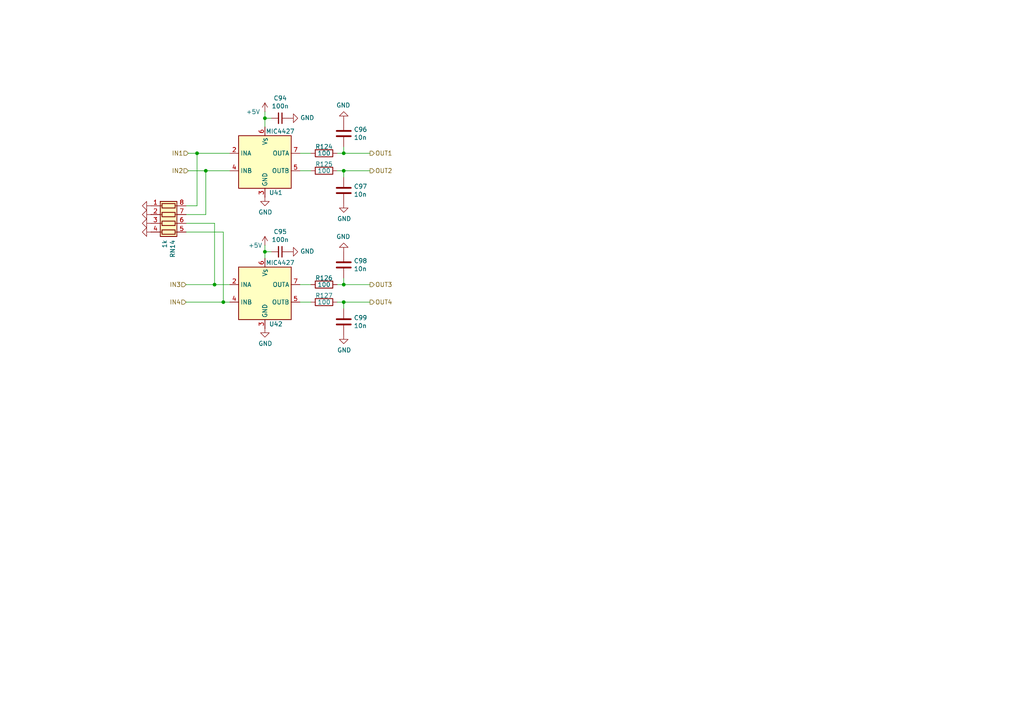
<source format=kicad_sch>
(kicad_sch (version 20250114) (generator "eeschema") (generator_version "9.0")
  (paper "A4")
  (title_block (title "rusEfi Proteus") (date "2022-04-09") (rev "v0.7") (company "rusEFI") (comment 1 "github.com/mck1117/proteus") (comment 2 "rusefi.com/s/proteus"))
  (lib_symbols
    (symbol "Device:C" (pin_numbers (hide yes)) (pin_names (offset 0.254))
      (property "Reference" "C" (at 0.635 2.54 0))
      (property "Value" "C" (at 0.635 -2.54 0))
      (symbol "C_0_1"
        (polyline (pts (xy -2.032 0.762) (xy 2.032 0.762)) (stroke (width 0.508)))
        (polyline (pts (xy -2.032 -0.762) (xy 2.032 -0.762)) (stroke (width 0.508)))
      )
      (symbol "C_1_1"
        (pin passive line (at 0 3.81 270) (length 2.794) (name "~") (number "1"))
        (pin passive line (at 0 -3.81 90) (length 2.794) (name "~") (number "2"))
      )
    )
    (symbol "Device:C_Small" (pin_numbers (hide yes)) (pin_names (offset 0.254) (hide yes))
      (property "Reference" "C" (at 0.254 1.778 0))
      (property "Value" "C_Small" (at 0.254 -2.032 0))
      (symbol "C_Small_0_1"
        (polyline (pts (xy -1.524 0.508) (xy 1.524 0.508)) (stroke (width 0.3048)))
        (polyline (pts (xy -1.524 -0.508) (xy 1.524 -0.508)) (stroke (width 0.3302)))
      )
      (symbol "C_Small_1_1"
        (pin passive line (at 0 2.54 270) (length 2.032) (name "~") (number "1"))
        (pin passive line (at 0 -2.54 90) (length 2.032) (name "~") (number "2"))
      )
    )
    (symbol "Device:R" (pin_numbers (hide yes)) (pin_names (offset 0))
      (property "Reference" "R" (at 2.032 0 90))
      (property "Value" "R" (at 0 0 90))
      (symbol "R_0_1"
        (rectangle (start -1.016 -2.54) (end 1.016 2.54) (stroke (width 0.254)))
      )
      (symbol "R_1_1"
        (pin passive line (at 0 3.81 270) (length 1.27) (name "~") (number "1"))
        (pin passive line (at 0 -3.81 90) (length 1.27) (name "~") (number "2"))
      )
    )
    (symbol "Device:R_Pack04" (pin_names (offset 0) (hide yes))
      (property "Reference" "RN" (at -7.62 0 90))
      (property "Value" "R_Pack04" (at 5.08 0 90))
      (symbol "R_Pack04_0_1"
        (rectangle (start -6.35 -2.413) (end 3.81 2.413) (stroke (width 0.254)) (fill (type background)))
        (rectangle (start -5.715 1.905) (end -4.445 -1.905) (stroke (width 0.254)))
        (polyline (pts (xy -5.08 1.905) (xy -5.08 2.54)))
        (polyline (pts (xy -5.08 -2.54) (xy -5.08 -1.905)))
        (rectangle (start -3.175 1.905) (end -1.905 -1.905) (stroke (width 0.254)))
        (polyline (pts (xy -2.54 1.905) (xy -2.54 2.54)))
        (polyline (pts (xy -2.54 -2.54) (xy -2.54 -1.905)))
        (rectangle (start -0.635 1.905) (end 0.635 -1.905) (stroke (width 0.254)))
        (polyline (pts (xy 0 1.905) (xy 0 2.54)))
        (polyline (pts (xy 0 -2.54) (xy 0 -1.905)))
        (rectangle (start 1.905 1.905) (end 3.175 -1.905) (stroke (width 0.254)))
        (polyline (pts (xy 2.54 1.905) (xy 2.54 2.54)))
        (polyline (pts (xy 2.54 -2.54) (xy 2.54 -1.905)))
      )
      (symbol "R_Pack04_1_1"
        (pin passive line (at -5.08 5.08 270) (length 2.54) (name "R1.2") (number "8"))
        (pin passive line (at -5.08 -5.08 90) (length 2.54) (name "R1.1") (number "1"))
        (pin passive line (at -2.54 5.08 270) (length 2.54) (name "R2.2") (number "7"))
        (pin passive line (at -2.54 -5.08 90) (length 2.54) (name "R2.1") (number "2"))
        (pin passive line (at 0 5.08 270) (length 2.54) (name "R3.2") (number "6"))
        (pin passive line (at 0 -5.08 90) (length 2.54) (name "R3.1") (number "3"))
        (pin passive line (at 2.54 5.08 270) (length 2.54) (name "R4.2") (number "5"))
        (pin passive line (at 2.54 -5.08 90) (length 2.54) (name "R4.1") (number "4"))
      )
    )
    (symbol "Driver_FET:MIC4427"
      (property "Reference" "U" (at -7.62 8.89 0))
      (property "Value" "MIC4427" (at 1.27 8.89 0))
      (symbol "MIC4427_0_1"
        (rectangle (start -7.62 -7.62) (end 7.62 7.62) (stroke (width 0.254)) (fill (type background)))
      )
      (symbol "MIC4427_1_1"
        (pin input line (at -10.16 2.54 0) (length 2.54) (name "INA") (number "2"))
        (pin input line (at -10.16 -2.54 0) (length 2.54) (name "INB") (number "4"))
        (pin no_connect line (at -7.62 0 0) (length 2.54) (hide yes) (name "NC") (number "1"))
        (pin power_in line (at 0 10.16 270) (length 2.54) (name "V_{S}") (number "6"))
        (pin power_in line (at 0 -10.16 90) (length 2.54) (name "GND") (number "3"))
        (pin no_connect line (at 7.62 0 180) (length 2.54) (hide yes) (name "NC") (number "8"))
        (pin output line (at 10.16 2.54 180) (length 2.54) (name "OUTA") (number "7"))
        (pin output line (at 10.16 -2.54 180) (length 2.54) (name "OUTB") (number "5"))
      )
    )
    (symbol "power:+5V" (power) (pin_numbers (hide yes)) (pin_names (offset 0) (hide yes))
      (property "Value" "+5V" (at 0 3.556 0))
      (symbol "+5V_0_1"
        (polyline (pts (xy -0.762 1.27) (xy 0 2.54)))
        (polyline (pts (xy 0 2.54) (xy 0.762 1.27)))
        (polyline (pts (xy 0 0) (xy 0 2.54)))
      )
      (symbol "+5V_1_1"
        (pin power_in line (at 0 0 90) (length 0) (name "~") (number "1"))
      )
    )
    (symbol "power:GND" (power) (pin_numbers (hide yes)) (pin_names (offset 0) (hide yes))
      (property "Value" "GND" (at 0 -3.81 0))
      (symbol "GND_0_1"
        (polyline (pts (xy 0 0) (xy 0 -1.27) (xy 1.27 -1.27) (xy 0 -2.54) (xy -1.27 -1.27) (xy 0 -1.27)))
      )
      (symbol "GND_1_1"
        (pin power_in line (at 0 0 270) (length 0) (name "~") (number "1"))
      )
    )
  )
  (junction (at 64.77 87.63))
  (junction (at 59.69 49.53))
  (junction (at 99.695 44.45))
  (junction (at 57.15 44.45))
  (junction (at 99.695 87.63))
  (junction (at 62.23 82.55))
  (junction (at 76.835 34.29))
  (junction (at 99.695 49.53))
  (junction (at 76.835 73.025))
  (junction (at 99.695 82.55))
  (wire (pts (xy 62.23 64.77) (xy 53.975 64.77)))
  (wire (pts (xy 76.835 71.12) (xy 76.835 73.025)))
  (wire (pts (xy 53.975 62.23) (xy 59.69 62.23)))
  (wire (pts (xy 53.975 59.69) (xy 57.15 59.69)))
  (wire (pts (xy 99.695 44.45) (xy 99.695 42.545)))
  (wire (pts (xy 99.695 82.55) (xy 99.695 80.645)))
  (wire (pts (xy 76.835 73.025) (xy 76.835 74.93)))
  (wire (pts (xy 90.17 82.55) (xy 86.995 82.55)))
  (wire (pts (xy 57.15 44.45) (xy 57.15 59.69)))
  (wire (pts (xy 99.695 82.55) (xy 107.315 82.55)))
  (wire (pts (xy 54.61 44.45) (xy 57.15 44.45)))
  (wire (pts (xy 64.77 67.31) (xy 64.77 87.63)))
  (wire (pts (xy 59.69 49.53) (xy 59.69 62.23)))
  (wire (pts (xy 97.79 87.63) (xy 99.695 87.63)))
  (wire (pts (xy 78.74 73.025) (xy 76.835 73.025)))
  (wire (pts (xy 97.79 44.45) (xy 99.695 44.45)))
  (wire (pts (xy 53.975 87.63) (xy 64.77 87.63)))
  (wire (pts (xy 90.17 49.53) (xy 86.995 49.53)))
  (wire (pts (xy 90.17 87.63) (xy 86.995 87.63)))
  (wire (pts (xy 62.23 64.77) (xy 62.23 82.55)))
  (wire (pts (xy 54.61 49.53) (xy 59.69 49.53)))
  (wire (pts (xy 76.835 32.385) (xy 76.835 34.29)))
  (wire (pts (xy 97.79 82.55) (xy 99.695 82.55)))
  (wire (pts (xy 59.69 49.53) (xy 66.675 49.53)))
  (wire (pts (xy 99.695 49.53) (xy 97.79 49.53)))
  (wire (pts (xy 64.77 67.31) (xy 53.975 67.31)))
  (wire (pts (xy 99.695 51.435) (xy 99.695 49.53)))
  (wire (pts (xy 90.17 44.45) (xy 86.995 44.45)))
  (wire (pts (xy 53.975 82.55) (xy 62.23 82.55)))
  (wire (pts (xy 76.835 34.29) (xy 76.835 36.83)))
  (wire (pts (xy 99.695 87.63) (xy 99.695 89.535)))
  (wire (pts (xy 99.695 49.53) (xy 107.315 49.53)))
  (wire (pts (xy 57.15 44.45) (xy 66.675 44.45)))
  (wire (pts (xy 107.315 87.63) (xy 99.695 87.63)))
  (wire (pts (xy 78.74 34.29) (xy 76.835 34.29)))
  (wire (pts (xy 64.77 87.63) (xy 66.675 87.63)))
  (wire (pts (xy 107.315 44.45) (xy 99.695 44.45)))
  (wire (pts (xy 62.23 82.55) (xy 66.675 82.55)))
  (hierarchical_label "IN3" (shape input) (at 53.975 82.55 180))
  (hierarchical_label "OUT2" (shape output) (at 107.315 49.53 0))
  (hierarchical_label "OUT1" (shape output) (at 107.315 44.45 0))
  (hierarchical_label "IN2" (shape input) (at 54.61 49.53 180))
  (hierarchical_label "IN4" (shape input) (at 53.975 87.63 180))
  (hierarchical_label "OUT3" (shape output) (at 107.315 82.55 0))
  (hierarchical_label "OUT4" (shape output) (at 107.315 87.63 0))
  (hierarchical_label "IN1" (shape input) (at 54.61 44.45 180))
  (symbol (lib_id "Driver_FET:MIC4427") (at 76.835 46.99 0) (unit 1)
    (property "Reference" "U41" (at 80.01 55.88 0))
    (property "Value" "MIC4427" (at 81.28 38.1 0))
    (property "Footprint" "Package_SO:SOIC-8_3.9x4.9mm_P1.27mm" (effects (hide yes)))
    (property "Datasheet" "https://ww1.microchip.com/downloads/en/DeviceDoc/MIC4426-7-8-Dual-1-5A-Peak-Low-Side-MOSFET-DRivers-DS20006202A.pdf" (effects (hide yes)))
    (property "Description" "Dual 1.5A-Peak Low-Side MOSFET Driver, 4.5..18V supply voltage, TTL/CMOS compatible inputs, non-inverting drivers, DIP-8 / SOIC-8 / MSOP-8" (effects (hide yes)))
    (property "LCSC" "C20551" (effects (hide yes)))
    (property "LCSC_ext" "1" (effects (hide yes)))
    (property "PN" "TC4427EOA" (effects (hide yes)))
    (property "possible_not_ext" "1" (effects (hide yes)))
    (instances (project "proteus" (path "" (reference "U41") (unit 1)) (path "" (reference "U43") (unit 1)) (path "" (reference "U45") (unit 1))))
  )
  (symbol (lib_id "Driver_FET:MIC4427") (at 76.835 85.09 0) (unit 1)
    (property "Reference" "U42" (at 80.01 93.98 0))
    (property "Value" "MIC4427" (at 81.28 76.2 0))
    (property "Footprint" "Package_SO:SOIC-8_3.9x4.9mm_P1.27mm" (effects (hide yes)))
    (property "Datasheet" "https://ww1.microchip.com/downloads/en/DeviceDoc/MIC4426-7-8-Dual-1-5A-Peak-Low-Side-MOSFET-DRivers-DS20006202A.pdf" (effects (hide yes)))
    (property "Description" "Dual 1.5A-Peak Low-Side MOSFET Driver, 4.5..18V supply voltage, TTL/CMOS compatible inputs, non-inverting drivers, DIP-8 / SOIC-8 / MSOP-8" (effects (hide yes)))
    (property "LCSC" "C20551" (effects (hide yes)))
    (property "LCSC_ext" "1" (effects (hide yes)))
    (property "PN" "TC4427EOA" (effects (hide yes)))
    (property "possible_not_ext" "1" (effects (hide yes)))
    (instances (project "proteus" (path "" (reference "U42") (unit 1)) (path "" (reference "U44") (unit 1)) (path "" (reference "U46") (unit 1))))
  )
  (symbol (lib_id "Device:C_Small") (at 81.28 73.025 270) (unit 1)
    (property "Reference" "C95" (at 81.28 67.2084 90))
    (property "Value" "100n" (at 81.28 69.5198 90))
    (property "Footprint" "Capacitor_SMD:C_0603_1608Metric" (effects (hide yes)))
    (property "LCSC" "C14663" (effects (hide yes)))
    (property "LCSC_ext" "0" (effects (hide yes)))
    (instances (project "proteus" (path "" (reference "C95") (unit 1)) (path "" (reference "C101") (unit 1)) (path "" (reference "C107") (unit 1))))
  )
  (symbol (lib_id "power:GND") (at 76.835 57.15 0) (unit 1)
    (property "Reference" "#PWR0272" (effects (hide yes)))
    (property "Value" "GND" (at 76.962 61.5442 0))
    (property "Description" "Power symbol creates a global label with name \"GND\" , ground" (effects (hide yes)))
    (instances (project "proteus" (path "" (reference "#PWR0272") (unit 1)) (path "" (reference "#PWR0286") (unit 1)) (path "" (reference "#PWR0300") (unit 1))))
  )
  (symbol (lib_id "power:GND") (at 76.835 95.25 0) (unit 1)
    (property "Reference" "#PWR0274" (effects (hide yes)))
    (property "Value" "GND" (at 76.962 99.6442 0))
    (property "Description" "Power symbol creates a global label with name \"GND\" , ground" (effects (hide yes)))
    (instances (project "proteus" (path "" (reference "#PWR0274") (unit 1)) (path "" (reference "#PWR0288") (unit 1)) (path "" (reference "#PWR0302") (unit 1))))
  )
  (symbol (lib_id "Device:C_Small") (at 81.28 34.29 270) (unit 1)
    (property "Reference" "C94" (at 81.28 28.4734 90))
    (property "Value" "100n" (at 81.28 30.7848 90))
    (property "Footprint" "Capacitor_SMD:C_0603_1608Metric" (effects (hide yes)))
    (property "LCSC" "C14663" (effects (hide yes)))
    (property "LCSC_ext" "0" (effects (hide yes)))
    (instances (project "proteus" (path "" (reference "C94") (unit 1)) (path "" (reference "C100") (unit 1)) (path "" (reference "C106") (unit 1))))
  )
  (symbol (lib_id "power:+5V") (at 76.835 32.385 0) (unit 1)
    (property "Reference" "#PWR0271" (effects (hide yes)))
    (property "Value" "+5V" (at 73.406 32.4358 0))
    (property "Description" "Power symbol creates a global label with name \"+5V\"" (effects (hide yes)))
    (instances (project "proteus" (path "" (reference "#PWR0271") (unit 1)) (path "" (reference "#PWR0285") (unit 1)) (path "" (reference "#PWR0299") (unit 1))))
  )
  (symbol (lib_id "power:+5V") (at 76.835 71.12 0) (unit 1)
    (property "Reference" "#PWR0273" (effects (hide yes)))
    (property "Value" "+5V" (at 74.041 71.1708 0))
    (property "Description" "Power symbol creates a global label with name \"+5V\"" (effects (hide yes)))
    (instances (project "proteus" (path "" (reference "#PWR0273") (unit 1)) (path "" (reference "#PWR0287") (unit 1)) (path "" (reference "#PWR0301") (unit 1))))
  )
  (symbol (lib_id "power:GND") (at 83.82 73.025 90) (unit 1)
    (property "Reference" "#PWR0276" (effects (hide yes)))
    (property "Value" "GND" (at 87.0712 72.898 90) (effects (justify right)))
    (property "Description" "Power symbol creates a global label with name \"GND\" , ground" (effects (hide yes)))
    (instances (project "proteus" (path "" (reference "#PWR0276") (unit 1)) (path "" (reference "#PWR0290") (unit 1)) (path "" (reference "#PWR0304") (unit 1))))
  )
  (symbol (lib_id "power:GND") (at 83.82 34.29 90) (unit 1)
    (property "Reference" "#PWR0275" (effects (hide yes)))
    (property "Value" "GND" (at 87.0712 34.163 90) (effects (justify right)))
    (property "Description" "Power symbol creates a global label with name \"GND\" , ground" (effects (hide yes)))
    (instances (project "proteus" (path "" (reference "#PWR0275") (unit 1)) (path "" (reference "#PWR0289") (unit 1)) (path "" (reference "#PWR0303") (unit 1))))
  )
  (symbol (lib_id "Device:R") (at 93.98 44.45 270) (unit 1)
    (property "Reference" "R124" (at 93.98 42.545 90))
    (property "Value" "100" (at 93.98 44.45 90))
    (property "Footprint" "Resistor_SMD:R_0805_2012Metric" (effects (hide yes)))
    (property "LCSC" "C17408" (effects (hide yes)))
    (property "LCSC_ext" "0" (effects (hide yes)))
    (instances (project "proteus" (path "" (reference "R124") (unit 1)) (path "" (reference "R128") (unit 1)) (path "" (reference "R132") (unit 1))))
  )
  (symbol (lib_id "Device:R") (at 93.98 49.53 270) (unit 1)
    (property "Reference" "R125" (at 93.98 47.625 90))
    (property "Value" "100" (at 93.98 49.53 90))
    (property "Footprint" "Resistor_SMD:R_0805_2012Metric" (effects (hide yes)))
    (property "LCSC" "C17408" (effects (hide yes)))
    (property "LCSC_ext" "0" (effects (hide yes)))
    (instances (project "proteus" (path "" (reference "R125") (unit 1)) (path "" (reference "R129") (unit 1)) (path "" (reference "R133") (unit 1))))
  )
  (symbol (lib_id "Device:R") (at 93.98 82.55 270) (unit 1)
    (property "Reference" "R126" (at 93.98 80.645 90))
    (property "Value" "100" (at 93.98 82.55 90))
    (property "Footprint" "Resistor_SMD:R_0805_2012Metric" (effects (hide yes)))
    (property "LCSC" "C17408" (effects (hide yes)))
    (property "LCSC_ext" "0" (effects (hide yes)))
    (instances (project "proteus" (path "" (reference "R126") (unit 1)) (path "" (reference "R130") (unit 1)) (path "" (reference "R134") (unit 1))))
  )
  (symbol (lib_id "Device:R") (at 93.98 87.63 270) (unit 1)
    (property "Reference" "R127" (at 93.98 85.725 90))
    (property "Value" "100" (at 93.98 87.63 90))
    (property "Footprint" "Resistor_SMD:R_0805_2012Metric" (effects (hide yes)))
    (property "LCSC" "C17408" (effects (hide yes)))
    (property "LCSC_ext" "0" (effects (hide yes)))
    (instances (project "proteus" (path "" (reference "R127") (unit 1)) (path "" (reference "R131") (unit 1)) (path "" (reference "R135") (unit 1))))
  )
  (symbol (lib_id "Device:C") (at 99.695 55.245 0) (unit 1)
    (property "Reference" "C97" (at 102.616 54.0766 0) (effects (justify left)))
    (property "Value" "10n" (at 102.616 56.388 0) (effects (justify left)))
    (property "Footprint" "Capacitor_SMD:C_0603_1608Metric" (effects (hide yes)))
    (property "LCSC" "C57112" (effects (hide yes)))
    (property "LCSC_ext" "0" (effects (hide yes)))
    (instances (project "proteus" (path "" (reference "C97") (unit 1)) (path "" (reference "C103") (unit 1)) (path "" (reference "C109") (unit 1))))
  )
  (symbol (lib_id "power:GND") (at 99.695 59.055 0) (unit 1)
    (property "Reference" "#PWR0278" (effects (hide yes)))
    (property "Value" "GND" (at 99.822 63.4492 0))
    (property "Description" "Power symbol creates a global label with name \"GND\" , ground" (effects (hide yes)))
    (instances (project "proteus" (path "" (reference "#PWR0278") (unit 1)) (path "" (reference "#PWR0292") (unit 1)) (path "" (reference "#PWR0306") (unit 1))))
  )
  (symbol (lib_id "Device:C") (at 99.695 38.735 180) (unit 1)
    (property "Reference" "C96" (at 102.616 37.5666 0) (effects (justify right)))
    (property "Value" "10n" (at 102.616 39.878 0) (effects (justify right)))
    (property "Footprint" "Capacitor_SMD:C_0603_1608Metric" (effects (hide yes)))
    (property "LCSC" "C57112" (effects (hide yes)))
    (property "LCSC_ext" "0" (effects (hide yes)))
    (instances (project "proteus" (path "" (reference "C96") (unit 1)) (path "" (reference "C102") (unit 1)) (path "" (reference "C108") (unit 1))))
  )
  (symbol (lib_id "power:GND") (at 99.695 34.925 180) (unit 1)
    (property "Reference" "#PWR0277" (effects (hide yes)))
    (property "Value" "GND" (at 99.568 30.5308 0))
    (property "Description" "Power symbol creates a global label with name \"GND\" , ground" (effects (hide yes)))
    (instances (project "proteus" (path "" (reference "#PWR0277") (unit 1)) (path "" (reference "#PWR0291") (unit 1)) (path "" (reference "#PWR0305") (unit 1))))
  )
  (symbol (lib_id "Device:C") (at 99.695 76.835 180) (unit 1)
    (property "Reference" "C98" (at 102.616 75.6666 0) (effects (justify right)))
    (property "Value" "10n" (at 102.616 77.978 0) (effects (justify right)))
    (property "Footprint" "Capacitor_SMD:C_0603_1608Metric" (effects (hide yes)))
    (property "LCSC" "C57112" (effects (hide yes)))
    (property "LCSC_ext" "0" (effects (hide yes)))
    (instances (project "proteus" (path "" (reference "C98") (unit 1)) (path "" (reference "C104") (unit 1)) (path "" (reference "C110") (unit 1))))
  )
  (symbol (lib_id "power:GND") (at 99.695 73.025 180) (unit 1)
    (property "Reference" "#PWR0279" (effects (hide yes)))
    (property "Value" "GND" (at 99.568 68.6308 0))
    (property "Description" "Power symbol creates a global label with name \"GND\" , ground" (effects (hide yes)))
    (instances (project "proteus" (path "" (reference "#PWR0279") (unit 1)) (path "" (reference "#PWR0293") (unit 1)) (path "" (reference "#PWR0307") (unit 1))))
  )
  (symbol (lib_id "Device:C") (at 99.695 93.345 0) (unit 1)
    (property "Reference" "C99" (at 102.616 92.1766 0) (effects (justify left)))
    (property "Value" "10n" (at 102.616 94.488 0) (effects (justify left)))
    (property "Footprint" "Capacitor_SMD:C_0603_1608Metric" (effects (hide yes)))
    (property "LCSC" "C57112" (effects (hide yes)))
    (property "LCSC_ext" "0" (effects (hide yes)))
    (instances (project "proteus" (path "" (reference "C99") (unit 1)) (path "" (reference "C105") (unit 1)) (path "" (reference "C111") (unit 1))))
  )
  (symbol (lib_id "power:GND") (at 99.695 97.155 0) (unit 1)
    (property "Reference" "#PWR0280" (effects (hide yes)))
    (property "Value" "GND" (at 99.822 101.5492 0))
    (property "Description" "Power symbol creates a global label with name \"GND\" , ground" (effects (hide yes)))
    (instances (project "proteus" (path "" (reference "#PWR0280") (unit 1)) (path "" (reference "#PWR0294") (unit 1)) (path "" (reference "#PWR0308") (unit 1))))
  )
  (symbol (lib_id "Device:R_Pack04") (at 48.895 64.77 270) (unit 1)
    (property "Reference" "RN14" (at 50.0634 69.5452 0) (effects (justify left)))
    (property "Value" "1k" (at 47.752 69.5452 0) (effects (justify left)))
    (property "Footprint" "Resistor_SMD:R_Array_Convex_4x0603" (effects (hide yes)))
    (property "Description" "4 resistor network, parallel topology" (effects (hide yes)))
    (property "LCSC" "C20197" (effects (hide yes)))
    (property "LCSC_ext" "0" (effects (hide yes)))
    (instances (project "proteus" (path "" (reference "RN14") (unit 1)) (path "" (reference "RN15") (unit 1)) (path "" (reference "RN16") (unit 1))))
  )
  (symbol (lib_id "power:GND") (at 43.815 67.31 270) (unit 1)
    (property "Reference" "#PWR0270" (effects (hide yes)))
    (property "Value" "GND" (effects (hide yes)))
    (property "Description" "Power symbol creates a global label with name \"GND\" , ground" (effects (hide yes)))
    (instances (project "proteus" (path "" (reference "#PWR0270") (unit 1)) (path "" (reference "#PWR0284") (unit 1)) (path "" (reference "#PWR0298") (unit 1))))
  )
  (symbol (lib_id "power:GND") (at 43.815 64.77 270) (unit 1)
    (property "Reference" "#PWR0269" (effects (hide yes)))
    (property "Value" "GND" (effects (hide yes)))
    (property "Description" "Power symbol creates a global label with name \"GND\" , ground" (effects (hide yes)))
    (instances (project "proteus" (path "" (reference "#PWR0269") (unit 1)) (path "" (reference "#PWR0283") (unit 1)) (path "" (reference "#PWR0297") (unit 1))))
  )
  (symbol (lib_id "power:GND") (at 43.815 62.23 270) (unit 1)
    (property "Reference" "#PWR0268" (effects (hide yes)))
    (property "Value" "GND" (effects (hide yes)))
    (property "Description" "Power symbol creates a global label with name \"GND\" , ground" (effects (hide yes)))
    (instances (project "proteus" (path "" (reference "#PWR0268") (unit 1)) (path "" (reference "#PWR0282") (unit 1)) (path "" (reference "#PWR0296") (unit 1))))
  )
  (symbol (lib_id "power:GND") (at 43.815 59.69 270) (unit 1)
    (property "Reference" "#PWR0267" (effects (hide yes)))
    (property "Value" "GND" (effects (hide yes)))
    (property "Description" "Power symbol creates a global label with name \"GND\" , ground" (effects (hide yes)))
    (instances (project "proteus" (path "" (reference "#PWR0267") (unit 1)) (path "" (reference "#PWR0281") (unit 1)) (path "" (reference "#PWR0295") (unit 1))))
  )
)
</source>
